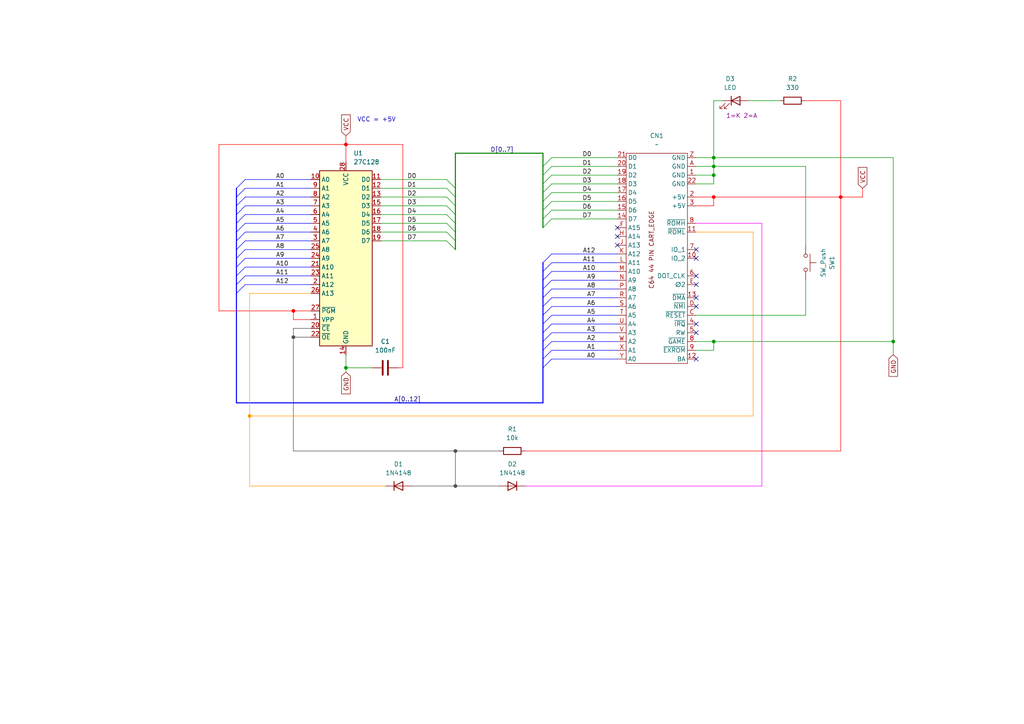
<source format=kicad_sch>
(kicad_sch (version 20250114) (generator "eeschema") (generator_version "9.0")
  (paper "A4")
  (title_block (title "JACC64 16K") (rev "1.01") (company "Oddsocks b5s4"))
  (lib_symbols
    (symbol "Device:C" (pin_numbers (hide yes)) (pin_names (offset 0.254))
      (property "Reference" "C" (at 0.635 2.54 0))
      (property "Value" "C" (at 0.635 -2.54 0))
      (symbol "C_0_1"
        (polyline (pts (xy -2.032 0.762) (xy 2.032 0.762)) (stroke (width 0.508)))
        (polyline (pts (xy -2.032 -0.762) (xy 2.032 -0.762)) (stroke (width 0.508)))
      )
      (symbol "C_1_1"
        (pin passive line (at 0 3.81 270) (length 2.794) (name "~") (number "1"))
        (pin passive line (at 0 -3.81 90) (length 2.794) (name "~") (number "2"))
      )
    )
    (symbol "Device:D" (pin_numbers (hide yes)) (pin_names (offset 1.016) (hide yes))
      (property "Reference" "D" (at 0 2.54 0))
      (property "Value" "D" (at 0 -2.54 0))
      (symbol "D_0_1"
        (polyline (pts (xy -1.27 1.27) (xy -1.27 -1.27)) (stroke (width 0.254)))
        (polyline (pts (xy 1.27 1.27) (xy 1.27 -1.27) (xy -1.27 0) (xy 1.27 1.27)) (stroke (width 0.254)))
        (polyline (pts (xy 1.27 0) (xy -1.27 0)))
      )
      (symbol "D_1_1"
        (pin passive line (at -3.81 0 0) (length 2.54) (name "K") (number "1"))
        (pin passive line (at 3.81 0 180) (length 2.54) (name "A") (number "2"))
      )
    )
    (symbol "Device:LED" (pin_numbers (hide yes)) (pin_names (offset 1.016) (hide yes))
      (property "Reference" "D" (at 0 2.54 0))
      (property "Value" "LED" (at 0 -2.54 0))
      (symbol "LED_0_1"
        (polyline (pts (xy -3.048 -0.762) (xy -4.572 -2.286) (xy -3.81 -2.286) (xy -4.572 -2.286) (xy -4.572 -1.524)))
        (polyline (pts (xy -1.778 -0.762) (xy -3.302 -2.286) (xy -2.54 -2.286) (xy -3.302 -2.286) (xy -3.302 -1.524)))
        (polyline (pts (xy -1.27 0) (xy 1.27 0)))
        (polyline (pts (xy -1.27 -1.27) (xy -1.27 1.27)) (stroke (width 0.254)))
        (polyline (pts (xy 1.27 -1.27) (xy 1.27 1.27) (xy -1.27 0) (xy 1.27 -1.27)) (stroke (width 0.254)))
      )
      (symbol "LED_1_1"
        (pin passive line (at -3.81 0 0) (length 2.54) (name "K") (number "1"))
        (pin passive line (at 3.81 0 180) (length 2.54) (name "A") (number "2"))
      )
    )
    (symbol "Device:R" (pin_numbers (hide yes)) (pin_names (offset 0))
      (property "Reference" "R" (at 2.032 0 90))
      (property "Value" "R" (at 0 0 90))
      (symbol "R_0_1"
        (rectangle (start -1.016 -2.54) (end 1.016 2.54) (stroke (width 0.254)))
      )
      (symbol "R_1_1"
        (pin passive line (at 0 3.81 270) (length 1.27) (name "~") (number "1"))
        (pin passive line (at 0 -3.81 90) (length 1.27) (name "~") (number "2"))
      )
    )
    (symbol "Memory_EPROM:27C128"
      (property "Reference" "U" (at -7.62 26.67 0))
      (property "Value" "27C128" (at 2.54 -26.67 0))
      (symbol "27C128_1_1"
        (rectangle (start -7.62 25.4) (end 7.62 -25.4) (stroke (width 0.254)) (fill (type background)))
        (pin input line (at -10.16 22.86 0) (length 2.54) (name "A0") (number "10"))
        (pin input line (at -10.16 20.32 0) (length 2.54) (name "A1") (number "9"))
        (pin input line (at -10.16 17.78 0) (length 2.54) (name "A2") (number "8"))
        (pin input line (at -10.16 15.24 0) (length 2.54) (name "A3") (number "7"))
        (pin input line (at -10.16 12.7 0) (length 2.54) (name "A4") (number "6"))
        (pin input line (at -10.16 10.16 0) (length 2.54) (name "A5") (number "5"))
        (pin input line (at -10.16 7.62 0) (length 2.54) (name "A6") (number "4"))
        (pin input line (at -10.16 5.08 0) (length 2.54) (name "A7") (number "3"))
        (pin input line (at -10.16 2.54 0) (length 2.54) (name "A8") (number "25"))
        (pin input line (at -10.16 0 0) (length 2.54) (name "A9") (number "24"))
        (pin input line (at -10.16 -2.54 0) (length 2.54) (name "A10") (number "21"))
        (pin input line (at -10.16 -5.08 0) (length 2.54) (name "A11") (number "23"))
        (pin input line (at -10.16 -7.62 0) (length 2.54) (name "A12") (number "2"))
        (pin input line (at -10.16 -10.16 0) (length 2.54) (name "A13") (number "26"))
        (pin input line (at -10.16 -15.24 0) (length 2.54) (name "~{PGM}") (number "27"))
        (pin input line (at -10.16 -17.78 0) (length 2.54) (name "VPP") (number "1"))
        (pin input line (at -10.16 -20.32 0) (length 2.54) (name "~{CE}") (number "20"))
        (pin input line (at -10.16 -22.86 0) (length 2.54) (name "~{OE}") (number "22"))
        (pin power_in line (at 0 27.94 270) (length 2.54) (name "VCC") (number "28"))
        (pin power_in line (at 0 -27.94 90) (length 2.54) (name "GND") (number "14"))
        (pin tri_state line (at 10.16 22.86 180) (length 2.54) (name "D0") (number "11"))
        (pin tri_state line (at 10.16 20.32 180) (length 2.54) (name "D1") (number "12"))
        (pin tri_state line (at 10.16 17.78 180) (length 2.54) (name "D2") (number "13"))
        (pin tri_state line (at 10.16 15.24 180) (length 2.54) (name "D3") (number "15"))
        (pin tri_state line (at 10.16 12.7 180) (length 2.54) (name "D4") (number "16"))
        (pin tri_state line (at 10.16 10.16 180) (length 2.54) (name "D5") (number "17"))
        (pin tri_state line (at 10.16 7.62 180) (length 2.54) (name "D6") (number "18"))
        (pin tri_state line (at 10.16 5.08 180) (length 2.54) (name "D7") (number "19"))
      )
    )
    (symbol "ODDSOCKS:C64 Cartridge Connector" (in_bom no)
      (property "Reference" "CN" (at 0 -0.254 0))
      (symbol "C64 Cartridge Connector_0_1"
        (rectangle (start -33.02 10.16) (end 27.94 -7.62))
      )
      (symbol "C64 Cartridge Connector_1_1"
        (text "C64 44 PIN CART_EDGE" (at 0 2.794 0) (effects (font (size 1.27 1.27))))
        (pin bidirectional line (at -31.75 12.7 270) (length 2.54) (name "A0") (number "Y"))
        (pin output line (at -31.75 -10.16 90) (length 2.54) (name "BA") (number "12"))
        (pin bidirectional line (at -29.21 12.7 270) (length 2.54) (name "A1") (number "X"))
        (pin input line (at -29.21 -10.16 90) (length 2.54) (name "~{EXROM}") (number "9"))
        (pin bidirectional line (at -26.67 12.7 270) (length 2.54) (name "A2") (number "W"))
        (pin input line (at -26.67 -10.16 90) (length 2.54) (name "~{GAME}") (number "8"))
        (pin bidirectional line (at -24.13 12.7 270) (length 2.54) (name "A3") (number "V"))
        (pin bidirectional line (at -24.13 -10.16 90) (length 2.54) (name "RW") (number "5"))
        (pin bidirectional line (at -21.59 12.7 270) (length 2.54) (name "A4") (number "U"))
        (pin input line (at -21.59 -10.16 90) (length 2.54) (name "~{IRQ}") (number "4"))
        (pin bidirectional line (at -19.05 12.7 270) (length 2.54) (name "A5") (number "T"))
        (pin input line (at -19.05 -10.16 90) (length 2.54) (name "~{RESET}") (number "C"))
        (pin bidirectional line (at -16.51 12.7 270) (length 2.54) (name "A6") (number "S"))
        (pin output line (at -16.51 -10.16 90) (length 2.54) (name "~{NMI}") (number "D"))
        (pin bidirectional line (at -13.97 12.7 270) (length 2.54) (name "A7") (number "R"))
        (pin input line (at -13.97 -10.16 90) (length 2.54) (name "~{DMA}") (number "13"))
        (pin bidirectional line (at -11.43 12.7 270) (length 2.54) (name "A8") (number "P"))
        (pin output line (at -10.16 -10.16 90) (length 2.54) (name "∅2") (number "E"))
        (pin bidirectional line (at -8.89 12.7 270) (length 2.54) (name "A9") (number "N"))
        (pin output line (at -7.62 -10.16 90) (length 2.54) (name "DOT_CLK") (number "6"))
        (pin bidirectional line (at -6.35 12.7 270) (length 2.54) (name "A10") (number "M"))
        (pin bidirectional line (at -3.81 12.7 270) (length 2.54) (name "A11") (number "L"))
        (pin bidirectional line (at -2.54 -10.16 90) (length 2.54) (name "IO_2") (number "10"))
        (pin bidirectional line (at -1.27 12.7 270) (length 2.54) (name "A12") (number "K"))
        (pin bidirectional line (at 0 -10.16 90) (length 2.54) (name "IO_1") (number "7"))
        (pin bidirectional line (at 1.27 12.7 270) (length 2.54) (name "A13") (number "J"))
        (pin bidirectional line (at 3.81 12.7 270) (length 2.54) (name "A14") (number "H"))
        (pin output line (at 5.08 -10.16 90) (length 2.54) (name "~{ROML}") (number "11"))
        (pin bidirectional line (at 6.35 12.7 270) (length 2.54) (name "A15") (number "F"))
        (pin output line (at 7.62 -10.16 90) (length 2.54) (name "~{ROMH}") (number "B"))
        (pin bidirectional line (at 8.89 12.7 270) (length 2.54) (name "D7") (number "14"))
        (pin bidirectional line (at 11.43 12.7 270) (length 2.54) (name "D6") (number "15"))
        (pin power_out line (at 12.7 -10.16 90) (length 2.54) (name "+5V") (number "3"))
        (pin bidirectional line (at 13.97 12.7 270) (length 2.54) (name "D5") (number "16"))
        (pin power_in line (at 15.24 -10.16 90) (length 2.54) (name "+5V") (number "2"))
        (pin bidirectional line (at 16.51 12.7 270) (length 2.54) (name "D4") (number "17"))
        (pin bidirectional line (at 19.05 12.7 270) (length 2.54) (name "D3") (number "18"))
        (pin power_out line (at 19.05 -10.16 90) (length 2.54) (name "GND") (number "22"))
        (pin bidirectional line (at 21.59 12.7 270) (length 2.54) (name "D2") (number "19"))
        (pin power_in line (at 21.59 -10.16 90) (length 2.54) (name "GND") (number "1"))
        (pin bidirectional line (at 24.13 12.7 270) (length 2.54) (name "D1") (number "20"))
        (pin power_in line (at 24.13 -10.16 90) (length 2.54) (name "GND") (number "A"))
        (pin bidirectional line (at 26.67 12.7 270) (length 2.54) (name "D0") (number "21"))
        (pin power_in line (at 26.67 -10.16 90) (length 2.54) (name "GND") (number "Z"))
      )
    )
    (symbol "Switch:SW_Push" (pin_numbers (hide yes)) (pin_names (offset 1.016) (hide yes))
      (property "Reference" "SW" (at 1.27 2.54 0))
      (property "Value" "SW_Push" (at 0 -1.524 0))
      (symbol "SW_Push_0_1"
        (circle (center -2.032 0) (radius 0.508))
        (polyline (pts (xy 0 1.27) (xy 0 3.048)))
        (circle (center 2.032 0) (radius 0.508))
        (polyline (pts (xy 2.54 1.27) (xy -2.54 1.27)))
        (pin passive line (at -5.08 0 0) (length 2.54) (name "1") (number "1"))
        (pin passive line (at 5.08 0 180) (length 2.54) (name "2") (number "2"))
      )
    )
  )
  (text "VCC = +5V" (at 109.22 34.798 0) (effects (font (size 1.27 1.27))))
  (junction (at 132.08 140.97) (color 72 72 72 1))
  (junction (at 85.09 90.17) (color 255 0 0 1))
  (junction (at 207.01 57.15) (color 255 0 0 1))
  (junction (at 100.33 106.68))
  (junction (at 85.09 97.79) (color 72 72 72 1))
  (junction (at 259.08 99.06))
  (junction (at 100.33 41.91) (color 255 0 0 1))
  (junction (at 207.01 99.06))
  (junction (at 243.84 57.15) (color 255 0 0 1))
  (junction (at 207.01 48.26))
  (junction (at 207.01 50.8))
  (junction (at 132.08 130.81) (color 72 72 72 1))
  (junction (at 72.39 120.65) (color 255 153 0 1))
  (junction (at 207.01 45.72))
  (no_connect (at 201.93 104.14))
  (no_connect (at 179.07 68.58))
  (no_connect (at 201.93 86.36))
  (no_connect (at 201.93 96.52))
  (no_connect (at 201.93 93.98))
  (no_connect (at 179.07 66.04))
  (no_connect (at 201.93 74.93))
  (no_connect (at 179.07 71.12))
  (no_connect (at 201.93 72.39))
  (no_connect (at 201.93 80.01))
  (no_connect (at 201.93 82.55))
  (no_connect (at 201.93 88.9))
  (bus_entry (at 157.48 83.82) (size 2.54 -2.54) (stroke (width 0) (color 0 0 255 1)))
  (bus_entry (at 157.48 101.6) (size 2.54 -2.54) (stroke (width 0) (color 0 0 255 1)))
  (bus_entry (at 157.48 99.06) (size 2.54 -2.54) (stroke (width 0) (color 0 0 255 1)))
  (bus_entry (at 157.48 96.52) (size 2.54 -2.54) (stroke (width 0) (color 0 0 255 1)))
  (bus_entry (at 129.54 69.85) (size 2.54 2.54))
  (bus_entry (at 157.48 106.68) (size 2.54 -2.54) (stroke (width 0) (color 0 0 255 1)))
  (bus_entry (at 157.48 53.34) (size 2.54 -2.54))
  (bus_entry (at 157.48 76.2) (size 2.54 -2.54) (stroke (width 0) (color 0 0 255 1)))
  (bus_entry (at 68.58 59.69) (size 2.54 -2.54) (stroke (width 0) (color 0 0 255 1)))
  (bus_entry (at 68.58 80.01) (size 2.54 -2.54) (stroke (width 0) (color 0 0 255 1)))
  (bus_entry (at 68.58 72.39) (size 2.54 -2.54) (stroke (width 0) (color 0 0 255 1)))
  (bus_entry (at 157.48 86.36) (size 2.54 -2.54) (stroke (width 0) (color 0 0 255 1)))
  (bus_entry (at 68.58 57.15) (size 2.54 -2.54) (stroke (width 0) (color 0 0 255 1)))
  (bus_entry (at 68.58 74.93) (size 2.54 -2.54) (stroke (width 0) (color 0 0 255 1)))
  (bus_entry (at 157.48 48.26) (size 2.54 -2.54))
  (bus_entry (at 157.48 93.98) (size 2.54 -2.54) (stroke (width 0) (color 0 0 255 1)))
  (bus_entry (at 68.58 82.55) (size 2.54 -2.54) (stroke (width 0) (color 0 0 255 1)))
  (bus_entry (at 68.58 62.23) (size 2.54 -2.54) (stroke (width 0) (color 0 0 255 1)))
  (bus_entry (at 68.58 77.47) (size 2.54 -2.54) (stroke (width 0) (color 0 0 255 1)))
  (bus_entry (at 68.58 85.09) (size 2.54 -2.54) (stroke (width 0) (color 0 0 255 1)))
  (bus_entry (at 157.48 81.28) (size 2.54 -2.54) (stroke (width 0) (color 0 0 255 1)))
  (bus_entry (at 129.54 64.77) (size 2.54 2.54))
  (bus_entry (at 157.48 60.96) (size 2.54 -2.54))
  (bus_entry (at 129.54 54.61) (size 2.54 2.54))
  (bus_entry (at 157.48 104.14) (size 2.54 -2.54) (stroke (width 0) (color 0 0 255 1)))
  (bus_entry (at 157.48 63.5) (size 2.54 -2.54))
  (bus_entry (at 157.48 78.74) (size 2.54 -2.54) (stroke (width 0) (color 0 0 255 1)))
  (bus_entry (at 129.54 57.15) (size 2.54 2.54))
  (bus_entry (at 129.54 62.23) (size 2.54 2.54))
  (bus_entry (at 129.54 59.69) (size 2.54 2.54))
  (bus_entry (at 157.48 58.42) (size 2.54 -2.54))
  (bus_entry (at 129.54 52.07) (size 2.54 2.54))
  (bus_entry (at 157.48 55.88) (size 2.54 -2.54))
  (bus_entry (at 68.58 67.31) (size 2.54 -2.54) (stroke (width 0) (color 0 0 255 1)))
  (bus_entry (at 157.48 66.04) (size 2.54 -2.54))
  (bus_entry (at 68.58 54.61) (size 2.54 -2.54) (stroke (width 0) (color 0 0 255 1)))
  (bus_entry (at 68.58 69.85) (size 2.54 -2.54) (stroke (width 0) (color 0 0 255 1)))
  (bus_entry (at 157.48 88.9) (size 2.54 -2.54) (stroke (width 0) (color 0 0 255 1)))
  (bus_entry (at 129.54 67.31) (size 2.54 2.54))
  (bus_entry (at 157.48 91.44) (size 2.54 -2.54) (stroke (width 0) (color 0 0 255 1)))
  (bus_entry (at 157.48 50.8) (size 2.54 -2.54))
  (bus_entry (at 68.58 64.77) (size 2.54 -2.54) (stroke (width 0) (color 0 0 255 1)))
  (wire (pts (xy 71.12 72.39) (xy 90.17 72.39)) (stroke (width 0) (color 0 0 255 1)))
  (wire (pts (xy 259.08 45.72) (xy 259.08 99.06)))
  (bus (pts (xy 132.08 59.69) (xy 132.08 62.23)) (stroke (width 0) (color 0 132 0 1)))
  (wire (pts (xy 233.68 91.44) (xy 201.93 91.44)))
  (wire (pts (xy 100.33 106.68) (xy 107.95 106.68)))
  (wire (pts (xy 110.49 64.77) (xy 129.54 64.77)))
  (bus (pts (xy 157.48 63.5) (xy 157.48 66.04)) (stroke (width 0) (color 0 132 0 1)))
  (wire (pts (xy 233.68 29.21) (xy 243.84 29.21)) (stroke (width 0) (color 255 0 0 1)))
  (wire (pts (xy 160.02 86.36) (xy 179.07 86.36)) (stroke (width 0) (color 0 0 255 1)))
  (bus (pts (xy 68.58 59.69) (xy 68.58 62.23)) (stroke (width 0) (color 0 0 255 1)))
  (wire (pts (xy 85.09 130.81) (xy 132.08 130.81)) (stroke (width 0) (color 72 72 72 1)))
  (wire (pts (xy 207.01 59.69) (xy 207.01 57.15)) (stroke (width 0) (color 255 0 0 1)))
  (wire (pts (xy 201.93 57.15) (xy 207.01 57.15)) (stroke (width 0) (color 255 0 0 1)))
  (wire (pts (xy 110.49 62.23) (xy 129.54 62.23)))
  (wire (pts (xy 71.12 54.61) (xy 90.17 54.61)) (stroke (width 0) (color 0 0 255 1)))
  (wire (pts (xy 132.08 130.81) (xy 132.08 140.97)) (stroke (width 0) (color 72 72 72 1)))
  (wire (pts (xy 259.08 99.06) (xy 259.08 102.87)))
  (wire (pts (xy 116.84 106.68) (xy 116.84 41.91)) (stroke (width 0) (color 255 0 0 1)))
  (bus (pts (xy 157.48 91.44) (xy 157.48 93.98)) (stroke (width 0) (color 0 0 255 1)))
  (bus (pts (xy 68.58 82.55) (xy 68.58 85.09)) (stroke (width 0) (color 0 0 255 1)))
  (bus (pts (xy 68.58 72.39) (xy 68.58 74.93)) (stroke (width 0) (color 0 0 255 1)))
  (wire (pts (xy 110.49 59.69) (xy 129.54 59.69)))
  (bus (pts (xy 157.48 106.68) (xy 157.48 116.84)) (stroke (width 0) (color 0 0 255 1)))
  (bus (pts (xy 157.48 55.88) (xy 157.48 58.42)) (stroke (width 0) (color 0 132 0 1)))
  (bus (pts (xy 132.08 54.61) (xy 132.08 57.15)) (stroke (width 0) (color 0 132 0 1)))
  (bus (pts (xy 132.08 57.15) (xy 132.08 59.69)) (stroke (width 0) (color 0 132 0 1)))
  (bus (pts (xy 157.48 88.9) (xy 157.48 91.44)) (stroke (width 0) (color 0 0 255 1)))
  (wire (pts (xy 71.12 52.07) (xy 90.17 52.07)) (stroke (width 0) (color 0 0 255 1)))
  (wire (pts (xy 90.17 95.25) (xy 85.09 95.25)) (stroke (width 0) (color 72 72 72 1)))
  (bus (pts (xy 157.48 60.96) (xy 157.48 63.5)) (stroke (width 0) (color 0 132 0 1)))
  (wire (pts (xy 110.49 67.31) (xy 129.54 67.31)))
  (wire (pts (xy 160.02 55.88) (xy 179.07 55.88)))
  (wire (pts (xy 100.33 41.91) (xy 116.84 41.91)) (stroke (width 0) (color 255 0 0 1)))
  (bus (pts (xy 132.08 62.23) (xy 132.08 64.77)) (stroke (width 0) (color 0 132 0 1)))
  (bus (pts (xy 68.58 67.31) (xy 68.58 69.85)) (stroke (width 0) (color 0 0 255 1)))
  (wire (pts (xy 207.01 99.06) (xy 259.08 99.06)))
  (wire (pts (xy 207.01 53.34) (xy 207.01 50.8)))
  (wire (pts (xy 100.33 41.91) (xy 100.33 46.99)) (stroke (width 0) (color 255 0 0 1)))
  (bus (pts (xy 68.58 57.15) (xy 68.58 59.69)) (stroke (width 0) (color 0 0 255 1)))
  (wire (pts (xy 132.08 140.97) (xy 144.78 140.97)) (stroke (width 0) (color 72 72 72 1)))
  (wire (pts (xy 160.02 91.44) (xy 179.07 91.44)) (stroke (width 0) (color 0 0 255 1)))
  (wire (pts (xy 160.02 88.9) (xy 179.07 88.9)) (stroke (width 0) (color 0 0 255 1)))
  (wire (pts (xy 160.02 60.96) (xy 179.07 60.96)))
  (wire (pts (xy 160.02 81.28) (xy 179.07 81.28)) (stroke (width 0) (color 0 0 255 1)))
  (wire (pts (xy 201.93 50.8) (xy 207.01 50.8)))
  (bus (pts (xy 68.58 54.61) (xy 68.58 57.15)) (stroke (width 0) (color 0 0 255 1)))
  (bus (pts (xy 68.58 69.85) (xy 68.58 72.39)) (stroke (width 0) (color 0 0 255 1)))
  (wire (pts (xy 63.5 90.17) (xy 63.5 41.91)) (stroke (width 0) (color 255 0 0 1)))
  (bus (pts (xy 68.58 116.84) (xy 157.48 116.84)) (stroke (width 0) (color 0 0 255 1)))
  (wire (pts (xy 160.02 45.72) (xy 179.07 45.72)))
  (wire (pts (xy 220.98 140.97) (xy 220.98 64.77)) (stroke (width 0) (color 255 0 255 1)))
  (wire (pts (xy 160.02 58.42) (xy 179.07 58.42)))
  (wire (pts (xy 160.02 76.2) (xy 179.07 76.2)) (stroke (width 0) (color 0 0 255 1)))
  (wire (pts (xy 63.5 41.91) (xy 100.33 41.91)) (stroke (width 0) (color 255 0 0 1)))
  (bus (pts (xy 157.48 58.42) (xy 157.48 60.96)) (stroke (width 0) (color 0 132 0 1)))
  (wire (pts (xy 201.93 59.69) (xy 207.01 59.69)) (stroke (width 0) (color 255 0 0 1)))
  (wire (pts (xy 201.93 101.6) (xy 207.01 101.6)))
  (wire (pts (xy 71.12 59.69) (xy 90.17 59.69)) (stroke (width 0) (color 0 0 255 1)))
  (wire (pts (xy 72.39 85.09) (xy 90.17 85.09)) (stroke (width 0) (color 255 153 0 1)))
  (wire (pts (xy 90.17 92.71) (xy 85.09 92.71)) (stroke (width 0) (color 255 0 0 1)))
  (wire (pts (xy 71.12 67.31) (xy 90.17 67.31)) (stroke (width 0) (color 0 0 255 1)))
  (bus (pts (xy 157.48 101.6) (xy 157.48 104.14)) (stroke (width 0) (color 0 0 255 1)))
  (wire (pts (xy 160.02 93.98) (xy 179.07 93.98)) (stroke (width 0) (color 0 0 255 1)))
  (bus (pts (xy 157.48 76.2) (xy 157.48 78.74)) (stroke (width 0) (color 0 0 255 1)))
  (wire (pts (xy 152.4 140.97) (xy 220.98 140.97)) (stroke (width 0) (color 255 0 255 1)))
  (bus (pts (xy 157.48 96.52) (xy 157.48 99.06)) (stroke (width 0) (color 0 0 255 1)))
  (bus (pts (xy 132.08 69.85) (xy 132.08 72.39)) (stroke (width 0) (color 0 132 0 1)))
  (wire (pts (xy 207.01 45.72) (xy 259.08 45.72)))
  (wire (pts (xy 243.84 57.15) (xy 250.19 57.15)) (stroke (width 0) (color 255 0 0 1)))
  (bus (pts (xy 132.08 67.31) (xy 132.08 69.85)) (stroke (width 0) (color 0 132 0 1)))
  (wire (pts (xy 233.68 48.26) (xy 207.01 48.26)))
  (bus (pts (xy 157.48 99.06) (xy 157.48 101.6)) (stroke (width 0) (color 0 0 255 1)))
  (wire (pts (xy 160.02 53.34) (xy 179.07 53.34)))
  (bus (pts (xy 157.48 81.28) (xy 157.48 83.82)) (stroke (width 0) (color 0 0 255 1)))
  (wire (pts (xy 115.57 106.68) (xy 116.84 106.68)) (stroke (width 0) (color 255 0 0 1)))
  (wire (pts (xy 201.93 67.31) (xy 218.44 67.31)) (stroke (width 0) (color 255 153 0 1)))
  (wire (pts (xy 207.01 48.26) (xy 207.01 45.72)))
  (bus (pts (xy 157.48 83.82) (xy 157.48 86.36)) (stroke (width 0) (color 0 0 255 1)))
  (wire (pts (xy 233.68 81.28) (xy 233.68 91.44)))
  (bus (pts (xy 157.48 48.26) (xy 157.48 50.8)) (stroke (width 0) (color 0 132 0 1)))
  (bus (pts (xy 68.58 74.93) (xy 68.58 77.47)) (stroke (width 0) (color 0 0 255 1)))
  (wire (pts (xy 71.12 80.01) (xy 90.17 80.01)) (stroke (width 0) (color 0 0 255 1)))
  (wire (pts (xy 218.44 67.31) (xy 218.44 120.65)) (stroke (width 0) (color 255 153 0 1)))
  (bus (pts (xy 68.58 62.23) (xy 68.58 64.77)) (stroke (width 0) (color 0 0 255 1)))
  (wire (pts (xy 71.12 82.55) (xy 90.17 82.55)) (stroke (width 0) (color 0 0 255 1)))
  (wire (pts (xy 160.02 83.82) (xy 179.07 83.82)) (stroke (width 0) (color 0 0 255 1)))
  (wire (pts (xy 100.33 102.87) (xy 100.33 106.68)))
  (wire (pts (xy 85.09 95.25) (xy 85.09 97.79)) (stroke (width 0) (color 72 72 72 1)))
  (wire (pts (xy 85.09 92.71) (xy 85.09 90.17)) (stroke (width 0) (color 255 0 0 1)))
  (wire (pts (xy 160.02 78.74) (xy 179.07 78.74)) (stroke (width 0) (color 0 0 255 1)))
  (wire (pts (xy 207.01 57.15) (xy 243.84 57.15)) (stroke (width 0) (color 255 0 0 1)))
  (wire (pts (xy 160.02 96.52) (xy 179.07 96.52)) (stroke (width 0) (color 0 0 255 1)))
  (wire (pts (xy 71.12 64.77) (xy 90.17 64.77)) (stroke (width 0) (color 0 0 255 1)))
  (wire (pts (xy 63.5 90.17) (xy 85.09 90.17)) (stroke (width 0) (color 255 0 0 1)))
  (wire (pts (xy 201.93 45.72) (xy 207.01 45.72)))
  (wire (pts (xy 110.49 57.15) (xy 129.54 57.15)))
  (wire (pts (xy 160.02 50.8) (xy 179.07 50.8)))
  (wire (pts (xy 119.38 140.97) (xy 132.08 140.97)) (stroke (width 0) (color 72 72 72 1)))
  (wire (pts (xy 152.4 130.81) (xy 243.84 130.81)) (stroke (width 0) (color 255 0 0 1)))
  (bus (pts (xy 68.58 64.77) (xy 68.58 67.31)) (stroke (width 0) (color 0 0 255 1)))
  (wire (pts (xy 217.17 29.21) (xy 226.06 29.21)))
  (wire (pts (xy 85.09 97.79) (xy 85.09 130.81)) (stroke (width 0) (color 72 72 72 1)))
  (wire (pts (xy 85.09 97.79) (xy 90.17 97.79)) (stroke (width 0) (color 72 72 72 1)))
  (wire (pts (xy 71.12 77.47) (xy 90.17 77.47)) (stroke (width 0) (color 0 0 255 1)))
  (bus (pts (xy 132.08 44.45) (xy 132.08 54.61)) (stroke (width 0) (color 0 132 0 1)))
  (bus (pts (xy 68.58 85.09) (xy 68.58 116.84)) (stroke (width 0) (color 0 0 255 1)))
  (bus (pts (xy 157.48 104.14) (xy 157.48 106.68)) (stroke (width 0) (color 0 0 255 1)))
  (wire (pts (xy 71.12 69.85) (xy 90.17 69.85)) (stroke (width 0) (color 0 0 255 1)))
  (wire (pts (xy 72.39 120.65) (xy 72.39 140.97)) (stroke (width 0) (color 255 153 0 1)))
  (wire (pts (xy 71.12 57.15) (xy 90.17 57.15)) (stroke (width 0) (color 0 0 255 1)))
  (wire (pts (xy 201.93 99.06) (xy 207.01 99.06)))
  (bus (pts (xy 68.58 80.01) (xy 68.58 82.55)) (stroke (width 0) (color 0 0 255 1)))
  (bus (pts (xy 157.48 44.45) (xy 157.48 48.26)) (stroke (width 0) (color 0 132 0 1)))
  (wire (pts (xy 160.02 101.6) (xy 179.07 101.6)) (stroke (width 0) (color 0 0 255 1)))
  (wire (pts (xy 110.49 69.85) (xy 129.54 69.85)))
  (wire (pts (xy 160.02 104.14) (xy 179.07 104.14)) (stroke (width 0) (color 0 0 255 1)))
  (wire (pts (xy 243.84 29.21) (xy 243.84 57.15)) (stroke (width 0) (color 255 0 0 1)))
  (bus (pts (xy 157.48 53.34) (xy 157.48 55.88)) (stroke (width 0) (color 0 132 0 1)))
  (wire (pts (xy 220.98 64.77) (xy 201.93 64.77)) (stroke (width 0) (color 255 0 255 1)))
  (wire (pts (xy 110.49 52.07) (xy 129.54 52.07)))
  (wire (pts (xy 85.09 90.17) (xy 90.17 90.17)) (stroke (width 0) (color 255 0 0 1)))
  (wire (pts (xy 100.33 107.95) (xy 100.33 106.68)))
  (bus (pts (xy 132.08 44.45) (xy 157.48 44.45)) (stroke (width 0) (color 0 132 0 1)))
  (wire (pts (xy 160.02 99.06) (xy 179.07 99.06)) (stroke (width 0) (color 0 0 255 1)))
  (wire (pts (xy 111.76 140.97) (xy 72.39 140.97)) (stroke (width 0) (color 255 153 0 1)))
  (wire (pts (xy 233.68 71.12) (xy 233.68 48.26)))
  (wire (pts (xy 160.02 48.26) (xy 179.07 48.26)))
  (wire (pts (xy 100.33 39.37) (xy 100.33 41.91)) (stroke (width 0) (color 255 0 0 1)))
  (wire (pts (xy 160.02 63.5) (xy 179.07 63.5)))
  (wire (pts (xy 132.08 130.81) (xy 144.78 130.81)) (stroke (width 0) (color 72 72 72 1)))
  (bus (pts (xy 132.08 64.77) (xy 132.08 67.31)) (stroke (width 0) (color 0 132 0 1)))
  (wire (pts (xy 72.39 120.65) (xy 218.44 120.65)) (stroke (width 0) (color 255 153 0 1)))
  (wire (pts (xy 201.93 53.34) (xy 207.01 53.34)))
  (wire (pts (xy 71.12 74.93) (xy 90.17 74.93)) (stroke (width 0) (color 0 0 255 1)))
  (bus (pts (xy 157.48 78.74) (xy 157.48 81.28)) (stroke (width 0) (color 0 0 255 1)))
  (wire (pts (xy 201.93 48.26) (xy 207.01 48.26)))
  (wire (pts (xy 207.01 101.6) (xy 207.01 99.06)))
  (wire (pts (xy 160.02 73.66) (xy 179.07 73.66)) (stroke (width 0) (color 0 0 255 1)))
  (wire (pts (xy 250.19 54.61) (xy 250.19 57.15)) (stroke (width 0) (color 255 0 0 1)))
  (bus (pts (xy 157.48 86.36) (xy 157.48 88.9)) (stroke (width 0) (color 0 0 255 1)))
  (wire (pts (xy 71.12 62.23) (xy 90.17 62.23)) (stroke (width 0) (color 0 0 255 1)))
  (wire (pts (xy 72.39 120.65) (xy 72.39 85.09)) (stroke (width 0) (color 255 153 0 1)))
  (bus (pts (xy 157.48 50.8) (xy 157.48 53.34)) (stroke (width 0) (color 0 132 0 1)))
  (bus (pts (xy 157.48 93.98) (xy 157.48 96.52)) (stroke (width 0) (color 0 0 255 1)))
  (wire (pts (xy 207.01 50.8) (xy 207.01 48.26)))
  (wire (pts (xy 110.49 54.61) (xy 129.54 54.61)))
  (wire (pts (xy 243.84 130.81) (xy 243.84 57.15)) (stroke (width 0) (color 255 0 0 1)))
  (wire (pts (xy 207.01 29.21) (xy 209.55 29.21)))
  (bus (pts (xy 68.58 77.47) (xy 68.58 80.01)) (stroke (width 0) (color 0 0 255 1)))
  (wire (pts (xy 207.01 29.21) (xy 207.01 45.72)))
  (label "D4" (at 168.91 55.88 0))
  (label "A12" (at 172.72 73.66 180))
  (label "A0" (at 170.18 104.14 0))
  (label "A2" (at 80.01 57.15 0))
  (label "A6" (at 172.72 88.9 180))
  (label "D1" (at 168.91 48.26 0))
  (label "A3" (at 80.01 59.69 0))
  (label "A1" (at 172.72 101.6 180))
  (label "D5" (at 168.91 58.42 0))
  (label "A3" (at 172.72 96.52 180))
  (label "A5" (at 80.01 64.77 0))
  (label "D7" (at 168.91 63.5 0))
  (label "A2" (at 172.72 99.06 180))
  (label "D[0..7]" (at 142.24 44.45 0))
  (label "A10" (at 172.72 78.74 180))
  (label "D2" (at 118.11 57.15 0))
  (label "D5" (at 118.11 64.77 0))
  (label "D3" (at 168.91 53.34 0))
  (label "D2" (at 168.91 50.8 0))
  (label "A4" (at 80.01 62.23 0))
  (label "A4" (at 172.72 93.98 180))
  (label "A7" (at 80.01 69.85 0))
  (label "D0" (at 118.11 52.07 0))
  (label "A0" (at 80.01 52.07 0))
  (label "D3" (at 118.11 59.69 0))
  (label "A7" (at 172.72 86.36 180))
  (label "A[0..12]" (at 114.3 116.84 0))
  (label "D6" (at 118.11 67.31 0))
  (label "A11" (at 172.72 76.2 180))
  (label "A5" (at 172.72 91.44 180))
  (label "D1" (at 118.11 54.61 0))
  (label "D4" (at 118.11 62.23 0))
  (label "D0" (at 168.91 45.72 0))
  (label "A6" (at 80.01 67.31 0))
  (label "A9" (at 172.72 81.28 180))
  (label "A12" (at 80.01 82.55 0))
  (label "D6" (at 168.91 60.96 0))
  (label "A9" (at 80.01 74.93 0))
  (label "A8" (at 172.72 83.82 180))
  (label "A1" (at 80.01 54.61 0))
  (label "A10" (at 80.01 77.47 0))
  (label "A8" (at 80.01 72.39 0))
  (label "A11" (at 80.01 80.01 0))
  (label "D7" (at 118.11 69.85 0))
  (global_label "GND" (shape input) (at 259.08 102.87 270) (property "Intersheetrefs" "${INTERSHEET_REFS}" (effects (hide yes))))
  (global_label "VCC" (shape input) (at 100.33 39.37 90) (property "Intersheetrefs" "${INTERSHEET_REFS}" (effects (hide yes))))
  (global_label "GND" (shape input) (at 100.33 107.95 270) (property "Intersheetrefs" "${INTERSHEET_REFS}" (effects (hide yes))))
  (global_label "VCC" (shape input) (at 250.19 54.61 90) (property "Intersheetrefs" "${INTERSHEET_REFS}" (effects (hide yes))))
  (symbol (lib_id "Memory_EPROM:27C128") (at 100.33 74.93 0) (unit 1)
    (property "Reference" "U1" (at 102.5241 44.45 0) (effects (justify left)))
    (property "Value" "27C128" (at 102.5241 46.99 0) (effects (justify left)))
    (property "Footprint" "Package_DIP:DIP-28_W15.24mm" (effects (hide yes)))
    (property "Datasheet" "http://ww1.microchip.com/downloads/en/devicedoc/11003L.pdf" (effects (hide yes)))
    (property "Description" "OTP EPROM 128 KiBit, [Obsolete 2004-01]" (effects (hide yes)))
  )
  (symbol (lib_id "Device:C") (at 111.76 106.68 90) (unit 1)
    (property "Reference" "C1" (at 111.76 99.06 90))
    (property "Value" "100nF" (at 111.76 101.6 90))
    (property "Footprint" "Capacitor_THT:C_Disc_D3.0mm_W2.0mm_P2.50mm" (effects (hide yes)))
    (property "Description" "Unpolarized capacitor" (effects (hide yes)))
  )
  (symbol (lib_id "ODDSOCKS:C64 Cartridge Connector") (at 191.77 72.39 90) (unit 1) (in_bom no)
    (property "Reference" "CN1" (at 190.5 39.37 90))
    (property "Value" "~" (at 190.5 41.91 90))
    (property "Footprint" "ODDSOCKS:C64 Expansion" (effects (hide yes)))
  )
  (symbol (lib_id "Device:LED") (at 213.36 29.21 0) (unit 1)
    (property "Reference" "D3" (at 211.7725 22.86 0))
    (property "Value" "LED" (at 211.7725 25.4 0))
    (property "Footprint" "LED_THT:LED_D5.0mm" (effects (hide yes)))
    (property "Description" "Light emitting diode" (effects (hide yes)))
    (property "Sim.Pins" "1=K 2=A" (at 215.138 33.528 0))
  )
  (symbol (lib_id "Device:R") (at 148.59 130.81 90) (unit 1)
    (property "Reference" "R1" (at 148.59 124.46 90))
    (property "Value" "10k" (at 148.59 127 90))
    (property "Footprint" "Resistor_THT:R_Axial_DIN0207_L6.3mm_D2.5mm_P10.16mm_Horizontal" (effects (hide yes)))
    (property "Description" "Resistor" (effects (hide yes)))
  )
  (symbol (lib_id "Device:R") (at 229.87 29.21 90) (unit 1)
    (property "Reference" "R2" (at 229.87 22.86 90))
    (property "Value" "330" (at 229.87 25.4 90))
    (property "Footprint" "Resistor_THT:R_Axial_DIN0207_L6.3mm_D2.5mm_P10.16mm_Horizontal" (effects (hide yes)))
    (property "Description" "Resistor" (effects (hide yes)))
  )
  (symbol (lib_id "Device:D") (at 148.59 140.97 180) (unit 1)
    (property "Reference" "D2" (at 148.59 134.62 0))
    (property "Value" "1N4148" (at 148.59 137.16 0))
    (property "Footprint" "Diode_THT:D_DO-41_SOD81_P7.62mm_Horizontal" (effects (hide yes)))
    (property "Description" "Diode" (effects (hide yes)))
    (property "Sim.Device" "D" (effects (hide yes)))
    (property "Sim.Pins" "1=K 2=A" (effects (hide yes)))
  )
  (symbol (lib_id "Device:D") (at 115.57 140.97 0) (unit 1)
    (property "Reference" "D1" (at 115.57 134.62 0))
    (property "Value" "1N4148" (at 115.57 137.16 0))
    (property "Footprint" "Diode_THT:D_DO-41_SOD81_P7.62mm_Horizontal" (effects (hide yes)))
    (property "Description" "Diode" (effects (hide yes)))
    (property "Sim.Device" "D" (effects (hide yes)))
    (property "Sim.Pins" "1=K 2=A" (effects (hide yes)))
  )
  (symbol (lib_id "Switch:SW_Push") (at 233.68 76.2 270) (unit 1)
    (property "Reference" "SW1" (at 241.3 76.2 0))
    (property "Value" "SW_Push" (at 238.76 76.2 0))
    (property "Footprint" "Button_Switch_THT:SW_PUSH_6mm" (effects (hide yes)))
    (property "Description" "Push button switch, generic, two pins" (effects (hide yes)))
  )
)
</source>
